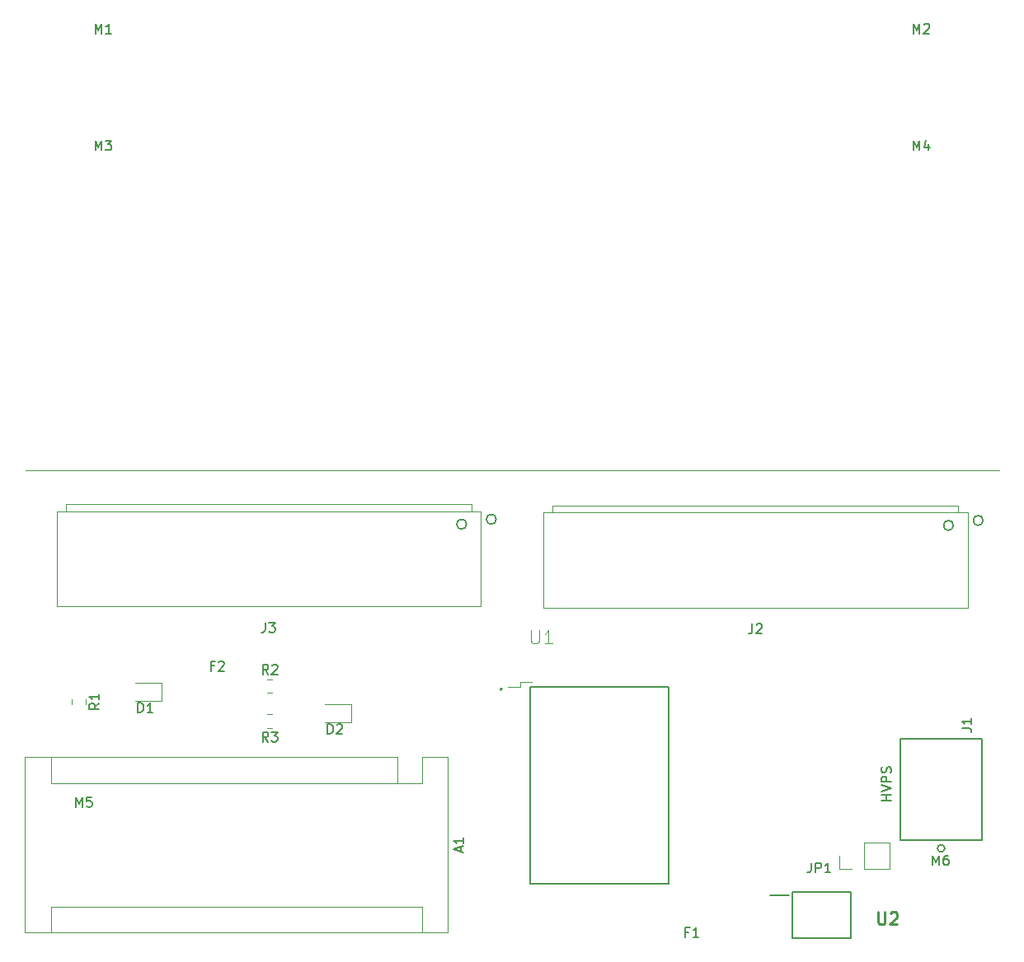
<source format=gbr>
G04 #@! TF.GenerationSoftware,KiCad,Pcbnew,(5.1.5)-3*
G04 #@! TF.CreationDate,2020-07-15T17:56:55-04:00*
G04 #@! TF.ProjectId,dmf_relay_board,646d665f-7265-46c6-9179-5f626f617264,rev?*
G04 #@! TF.SameCoordinates,Original*
G04 #@! TF.FileFunction,Legend,Top*
G04 #@! TF.FilePolarity,Positive*
%FSLAX46Y46*%
G04 Gerber Fmt 4.6, Leading zero omitted, Abs format (unit mm)*
G04 Created by KiCad (PCBNEW (5.1.5)-3) date 2020-07-15 17:56:55*
%MOMM*%
%LPD*%
G04 APERTURE LIST*
%ADD10C,0.120000*%
%ADD11C,0.200000*%
%ADD12C,0.127000*%
%ADD13C,0.150000*%
%ADD14C,0.152400*%
%ADD15C,0.254000*%
%ADD16C,0.015000*%
G04 APERTURE END LIST*
D10*
X111973500Y-100159540D02*
X211973500Y-100159540D01*
X136845782Y-123074500D02*
X137362938Y-123074500D01*
X136845782Y-121654500D02*
X137362938Y-121654500D01*
X137347458Y-125284160D02*
X136830302Y-125284160D01*
X137347458Y-126704160D02*
X136830302Y-126704160D01*
X145448760Y-124201040D02*
X142763760Y-124201040D01*
X145448760Y-126121040D02*
X145448760Y-124201040D01*
X142763760Y-126121040D02*
X145448760Y-126121040D01*
X125987280Y-122019180D02*
X123302280Y-122019180D01*
X125987280Y-123939180D02*
X125987280Y-122019180D01*
X123302280Y-123939180D02*
X125987280Y-123939180D01*
X195555560Y-141134140D02*
X195555560Y-139804140D01*
X196885560Y-141134140D02*
X195555560Y-141134140D01*
X198155560Y-141134140D02*
X198155560Y-138474140D01*
X198155560Y-138474140D02*
X200755560Y-138474140D01*
X198155560Y-141134140D02*
X200755560Y-141134140D01*
X200755560Y-141134140D02*
X200755560Y-138474140D01*
D11*
X188468180Y-143897520D02*
X190368180Y-143897520D01*
X190718180Y-148282520D02*
X190718180Y-143502520D01*
X196718180Y-148282520D02*
X190718180Y-148282520D01*
X196718180Y-143502520D02*
X196718180Y-148282520D01*
X190718180Y-143502520D02*
X196718180Y-143502520D01*
D10*
X116754840Y-123716282D02*
X116754840Y-124233438D01*
X118174840Y-123716282D02*
X118174840Y-124233438D01*
X162780980Y-121965720D02*
X163954460Y-121965720D01*
X162780980Y-122461020D02*
X162780980Y-121965720D01*
X161574480Y-122461020D02*
X162780980Y-122461020D01*
D11*
X160925180Y-122689620D02*
G75*
G03X160925180Y-122689620I-100000J0D01*
G01*
D12*
X178042000Y-142688000D02*
X178042000Y-122488000D01*
X163842000Y-142688000D02*
X178042000Y-142688000D01*
X163842000Y-122488000D02*
X163842000Y-142688000D01*
X178042000Y-122488000D02*
X163842000Y-122488000D01*
D10*
X208747500Y-114310500D02*
X208747500Y-104510500D01*
X165197500Y-114310500D02*
X165197500Y-104510500D01*
X165197500Y-114310500D02*
X208747500Y-114310500D01*
X208747500Y-104510500D02*
X165197500Y-104510500D01*
D13*
X210340500Y-105346500D02*
G75*
G03X210340500Y-105346500I-508000J0D01*
G01*
X207292500Y-105854500D02*
G75*
G03X207292500Y-105854500I-508000J0D01*
G01*
D10*
X207800500Y-104510500D02*
X207800500Y-103822500D01*
X207800500Y-103822500D02*
X166144500Y-103822500D01*
X166144500Y-103822500D02*
X166144500Y-104510500D01*
X158748500Y-114183500D02*
X158748500Y-104383500D01*
X115198500Y-114183500D02*
X115198500Y-104383500D01*
X115198500Y-114183500D02*
X158748500Y-114183500D01*
X158748500Y-104383500D02*
X115198500Y-104383500D01*
D13*
X160341500Y-105219500D02*
G75*
G03X160341500Y-105219500I-508000J0D01*
G01*
X157293500Y-105727500D02*
G75*
G03X157293500Y-105727500I-508000J0D01*
G01*
D10*
X157801500Y-104383500D02*
X157801500Y-103695500D01*
X157801500Y-103695500D02*
X116145500Y-103695500D01*
X116145500Y-103695500D02*
X116145500Y-104383500D01*
X150177500Y-132334000D02*
X152717500Y-132334000D01*
X152717500Y-132334000D02*
X152717500Y-129664000D01*
X150177500Y-129664000D02*
X111947500Y-129664000D01*
X155387500Y-129664000D02*
X152717500Y-129664000D01*
X152717500Y-145034000D02*
X152717500Y-147704000D01*
X152717500Y-145034000D02*
X114617500Y-145034000D01*
X114617500Y-145034000D02*
X114617500Y-147704000D01*
X150177500Y-132334000D02*
X150177500Y-129664000D01*
X150177500Y-132334000D02*
X114617500Y-132334000D01*
X114617500Y-132334000D02*
X114617500Y-129664000D01*
X111947500Y-129664000D02*
X111947500Y-147704000D01*
X111947500Y-147704000D02*
X155387500Y-147704000D01*
X155387500Y-147704000D02*
X155387500Y-129664000D01*
D14*
X206405480Y-139054840D02*
G75*
G03X206405480Y-139054840I-381000J0D01*
G01*
X201808080Y-138165840D02*
X210240880Y-138165840D01*
X201808080Y-127751840D02*
X201808080Y-138165840D01*
X210240880Y-127751840D02*
X201808080Y-127751840D01*
X210240880Y-138165840D02*
X210240880Y-127751840D01*
D13*
X136937693Y-121166880D02*
X136604360Y-120690690D01*
X136366264Y-121166880D02*
X136366264Y-120166880D01*
X136747217Y-120166880D01*
X136842455Y-120214500D01*
X136890074Y-120262119D01*
X136937693Y-120357357D01*
X136937693Y-120500214D01*
X136890074Y-120595452D01*
X136842455Y-120643071D01*
X136747217Y-120690690D01*
X136366264Y-120690690D01*
X137318645Y-120262119D02*
X137366264Y-120214500D01*
X137461502Y-120166880D01*
X137699598Y-120166880D01*
X137794836Y-120214500D01*
X137842455Y-120262119D01*
X137890074Y-120357357D01*
X137890074Y-120452595D01*
X137842455Y-120595452D01*
X137271026Y-121166880D01*
X137890074Y-121166880D01*
X136922213Y-128096540D02*
X136588880Y-127620350D01*
X136350784Y-128096540D02*
X136350784Y-127096540D01*
X136731737Y-127096540D01*
X136826975Y-127144160D01*
X136874594Y-127191779D01*
X136922213Y-127287017D01*
X136922213Y-127429874D01*
X136874594Y-127525112D01*
X136826975Y-127572731D01*
X136731737Y-127620350D01*
X136350784Y-127620350D01*
X137255546Y-127096540D02*
X137874594Y-127096540D01*
X137541260Y-127477493D01*
X137684118Y-127477493D01*
X137779356Y-127525112D01*
X137826975Y-127572731D01*
X137874594Y-127667969D01*
X137874594Y-127906064D01*
X137826975Y-128001302D01*
X137779356Y-128048921D01*
X137684118Y-128096540D01*
X137398403Y-128096540D01*
X137303165Y-128048921D01*
X137255546Y-128001302D01*
X131365666Y-120296631D02*
X131032333Y-120296631D01*
X131032333Y-120820440D02*
X131032333Y-119820440D01*
X131508523Y-119820440D01*
X131841857Y-119915679D02*
X131889476Y-119868060D01*
X131984714Y-119820440D01*
X132222809Y-119820440D01*
X132318047Y-119868060D01*
X132365666Y-119915679D01*
X132413285Y-120010917D01*
X132413285Y-120106155D01*
X132365666Y-120249012D01*
X131794238Y-120820440D01*
X132413285Y-120820440D01*
X143025664Y-127263420D02*
X143025664Y-126263420D01*
X143263760Y-126263420D01*
X143406617Y-126311040D01*
X143501855Y-126406278D01*
X143549474Y-126501516D01*
X143597093Y-126691992D01*
X143597093Y-126834849D01*
X143549474Y-127025325D01*
X143501855Y-127120563D01*
X143406617Y-127215801D01*
X143263760Y-127263420D01*
X143025664Y-127263420D01*
X143978045Y-126358659D02*
X144025664Y-126311040D01*
X144120902Y-126263420D01*
X144358998Y-126263420D01*
X144454236Y-126311040D01*
X144501855Y-126358659D01*
X144549474Y-126453897D01*
X144549474Y-126549135D01*
X144501855Y-126691992D01*
X143930426Y-127263420D01*
X144549474Y-127263420D01*
X123564184Y-125081560D02*
X123564184Y-124081560D01*
X123802280Y-124081560D01*
X123945137Y-124129180D01*
X124040375Y-124224418D01*
X124087994Y-124319656D01*
X124135613Y-124510132D01*
X124135613Y-124652989D01*
X124087994Y-124843465D01*
X124040375Y-124938703D01*
X123945137Y-125033941D01*
X123802280Y-125081560D01*
X123564184Y-125081560D01*
X125087994Y-125081560D02*
X124516565Y-125081560D01*
X124802280Y-125081560D02*
X124802280Y-124081560D01*
X124707041Y-124224418D01*
X124611803Y-124319656D01*
X124516565Y-124367275D01*
X192679106Y-140539220D02*
X192679106Y-141253506D01*
X192631487Y-141396363D01*
X192536249Y-141491601D01*
X192393392Y-141539220D01*
X192298154Y-141539220D01*
X193155297Y-141539220D02*
X193155297Y-140539220D01*
X193536249Y-140539220D01*
X193631487Y-140586840D01*
X193679106Y-140634459D01*
X193726725Y-140729697D01*
X193726725Y-140872554D01*
X193679106Y-140967792D01*
X193631487Y-141015411D01*
X193536249Y-141063030D01*
X193155297Y-141063030D01*
X194679106Y-141539220D02*
X194107678Y-141539220D01*
X194393392Y-141539220D02*
X194393392Y-140539220D01*
X194298154Y-140682078D01*
X194202916Y-140777316D01*
X194107678Y-140824935D01*
D15*
X199542520Y-145595823D02*
X199542520Y-146623919D01*
X199602997Y-146744871D01*
X199663473Y-146805347D01*
X199784425Y-146865823D01*
X200026330Y-146865823D01*
X200147282Y-146805347D01*
X200207759Y-146744871D01*
X200268235Y-146623919D01*
X200268235Y-145595823D01*
X200812520Y-145716776D02*
X200872997Y-145656300D01*
X200993949Y-145595823D01*
X201296330Y-145595823D01*
X201417282Y-145656300D01*
X201477759Y-145716776D01*
X201538235Y-145837728D01*
X201538235Y-145958680D01*
X201477759Y-146140109D01*
X200752044Y-146865823D01*
X201538235Y-146865823D01*
D13*
X119567220Y-124141526D02*
X119091030Y-124474860D01*
X119567220Y-124712955D02*
X118567220Y-124712955D01*
X118567220Y-124332002D01*
X118614840Y-124236764D01*
X118662459Y-124189145D01*
X118757697Y-124141526D01*
X118900554Y-124141526D01*
X118995792Y-124189145D01*
X119043411Y-124236764D01*
X119091030Y-124332002D01*
X119091030Y-124712955D01*
X119567220Y-123189145D02*
X119567220Y-123760574D01*
X119567220Y-123474860D02*
X118567220Y-123474860D01*
X118710078Y-123570098D01*
X118805316Y-123665336D01*
X118852935Y-123760574D01*
D16*
X163925369Y-116610890D02*
X163925369Y-117745587D01*
X163992116Y-117879081D01*
X164058863Y-117945828D01*
X164192357Y-118012575D01*
X164459344Y-118012575D01*
X164592838Y-117945828D01*
X164659585Y-117879081D01*
X164726332Y-117745587D01*
X164726332Y-116610890D01*
X166128017Y-118012575D02*
X165327054Y-118012575D01*
X165727535Y-118012575D02*
X165727535Y-116610890D01*
X165594042Y-116811131D01*
X165460548Y-116944625D01*
X165327054Y-117011372D01*
D13*
X203158556Y-67293420D02*
X203158556Y-66293420D01*
X203491889Y-67007706D01*
X203825222Y-66293420D01*
X203825222Y-67293420D01*
X204729984Y-66626754D02*
X204729984Y-67293420D01*
X204491889Y-66245801D02*
X204253794Y-66960087D01*
X204872841Y-66960087D01*
X119166376Y-67293420D02*
X119166376Y-66293420D01*
X119499709Y-67007706D01*
X119833042Y-66293420D01*
X119833042Y-67293420D01*
X120213995Y-66293420D02*
X120833042Y-66293420D01*
X120499709Y-66674373D01*
X120642566Y-66674373D01*
X120737804Y-66721992D01*
X120785423Y-66769611D01*
X120833042Y-66864849D01*
X120833042Y-67102944D01*
X120785423Y-67198182D01*
X120737804Y-67245801D01*
X120642566Y-67293420D01*
X120356852Y-67293420D01*
X120261614Y-67245801D01*
X120213995Y-67198182D01*
X117163976Y-134788380D02*
X117163976Y-133788380D01*
X117497309Y-134502666D01*
X117830642Y-133788380D01*
X117830642Y-134788380D01*
X118783023Y-133788380D02*
X118306833Y-133788380D01*
X118259214Y-134264571D01*
X118306833Y-134216952D01*
X118402071Y-134169333D01*
X118640166Y-134169333D01*
X118735404Y-134216952D01*
X118783023Y-134264571D01*
X118830642Y-134359809D01*
X118830642Y-134597904D01*
X118783023Y-134693142D01*
X118735404Y-134740761D01*
X118640166Y-134788380D01*
X118402071Y-134788380D01*
X118306833Y-134740761D01*
X118259214Y-134693142D01*
X205163976Y-140788380D02*
X205163976Y-139788380D01*
X205497309Y-140502666D01*
X205830642Y-139788380D01*
X205830642Y-140788380D01*
X206735404Y-139788380D02*
X206544928Y-139788380D01*
X206449690Y-139836000D01*
X206402071Y-139883619D01*
X206306833Y-140026476D01*
X206259214Y-140216952D01*
X206259214Y-140597904D01*
X206306833Y-140693142D01*
X206354452Y-140740761D01*
X206449690Y-140788380D01*
X206640166Y-140788380D01*
X206735404Y-140740761D01*
X206783023Y-140693142D01*
X206830642Y-140597904D01*
X206830642Y-140359809D01*
X206783023Y-140264571D01*
X206735404Y-140216952D01*
X206640166Y-140169333D01*
X206449690Y-140169333D01*
X206354452Y-140216952D01*
X206306833Y-140264571D01*
X206259214Y-140359809D01*
X119166376Y-55293420D02*
X119166376Y-54293420D01*
X119499709Y-55007706D01*
X119833042Y-54293420D01*
X119833042Y-55293420D01*
X120833042Y-55293420D02*
X120261614Y-55293420D01*
X120547328Y-55293420D02*
X120547328Y-54293420D01*
X120452090Y-54436278D01*
X120356852Y-54531516D01*
X120261614Y-54579135D01*
X203158556Y-55293420D02*
X203158556Y-54293420D01*
X203491889Y-55007706D01*
X203825222Y-54293420D01*
X203825222Y-55293420D01*
X204253794Y-54388659D02*
X204301413Y-54341040D01*
X204396651Y-54293420D01*
X204634746Y-54293420D01*
X204729984Y-54341040D01*
X204777603Y-54388659D01*
X204825222Y-54483897D01*
X204825222Y-54579135D01*
X204777603Y-54721992D01*
X204206175Y-55293420D01*
X204825222Y-55293420D01*
X186639166Y-115974880D02*
X186639166Y-116689166D01*
X186591547Y-116832023D01*
X186496309Y-116927261D01*
X186353452Y-116974880D01*
X186258214Y-116974880D01*
X187067738Y-116070119D02*
X187115357Y-116022500D01*
X187210595Y-115974880D01*
X187448690Y-115974880D01*
X187543928Y-116022500D01*
X187591547Y-116070119D01*
X187639166Y-116165357D01*
X187639166Y-116260595D01*
X187591547Y-116403452D01*
X187020119Y-116974880D01*
X187639166Y-116974880D01*
X180090486Y-147657511D02*
X179757153Y-147657511D01*
X179757153Y-148181320D02*
X179757153Y-147181320D01*
X180233343Y-147181320D01*
X181138105Y-148181320D02*
X180566677Y-148181320D01*
X180852391Y-148181320D02*
X180852391Y-147181320D01*
X180757153Y-147324178D01*
X180661915Y-147419416D01*
X180566677Y-147467035D01*
X136640166Y-115847880D02*
X136640166Y-116562166D01*
X136592547Y-116705023D01*
X136497309Y-116800261D01*
X136354452Y-116847880D01*
X136259214Y-116847880D01*
X137021119Y-115847880D02*
X137640166Y-115847880D01*
X137306833Y-116228833D01*
X137449690Y-116228833D01*
X137544928Y-116276452D01*
X137592547Y-116324071D01*
X137640166Y-116419309D01*
X137640166Y-116657404D01*
X137592547Y-116752642D01*
X137544928Y-116800261D01*
X137449690Y-116847880D01*
X137163976Y-116847880D01*
X137068738Y-116800261D01*
X137021119Y-116752642D01*
X156694166Y-139398285D02*
X156694166Y-138922095D01*
X156979880Y-139493523D02*
X155979880Y-139160190D01*
X156979880Y-138826857D01*
X156979880Y-137969714D02*
X156979880Y-138541142D01*
X156979880Y-138255428D02*
X155979880Y-138255428D01*
X156122738Y-138350666D01*
X156217976Y-138445904D01*
X156265595Y-138541142D01*
X208156560Y-126700873D02*
X208870846Y-126700873D01*
X209013703Y-126748492D01*
X209108941Y-126843730D01*
X209156560Y-126986587D01*
X209156560Y-127081825D01*
X209156560Y-125700873D02*
X209156560Y-126272301D01*
X209156560Y-125986587D02*
X208156560Y-125986587D01*
X208299418Y-126081825D01*
X208394656Y-126177063D01*
X208442275Y-126272301D01*
X200888860Y-134141316D02*
X199888860Y-134141316D01*
X200365051Y-134141316D02*
X200365051Y-133569887D01*
X200888860Y-133569887D02*
X199888860Y-133569887D01*
X199888860Y-133236554D02*
X200888860Y-132903220D01*
X199888860Y-132569887D01*
X200888860Y-132236554D02*
X199888860Y-132236554D01*
X199888860Y-131855601D01*
X199936480Y-131760363D01*
X199984099Y-131712744D01*
X200079337Y-131665125D01*
X200222194Y-131665125D01*
X200317432Y-131712744D01*
X200365051Y-131760363D01*
X200412670Y-131855601D01*
X200412670Y-132236554D01*
X200841241Y-131284173D02*
X200888860Y-131141316D01*
X200888860Y-130903220D01*
X200841241Y-130807982D01*
X200793622Y-130760363D01*
X200698384Y-130712744D01*
X200603146Y-130712744D01*
X200507908Y-130760363D01*
X200460289Y-130807982D01*
X200412670Y-130903220D01*
X200365051Y-131093697D01*
X200317432Y-131188935D01*
X200269813Y-131236554D01*
X200174575Y-131284173D01*
X200079337Y-131284173D01*
X199984099Y-131236554D01*
X199936480Y-131188935D01*
X199888860Y-131093697D01*
X199888860Y-130855601D01*
X199936480Y-130712744D01*
M02*

</source>
